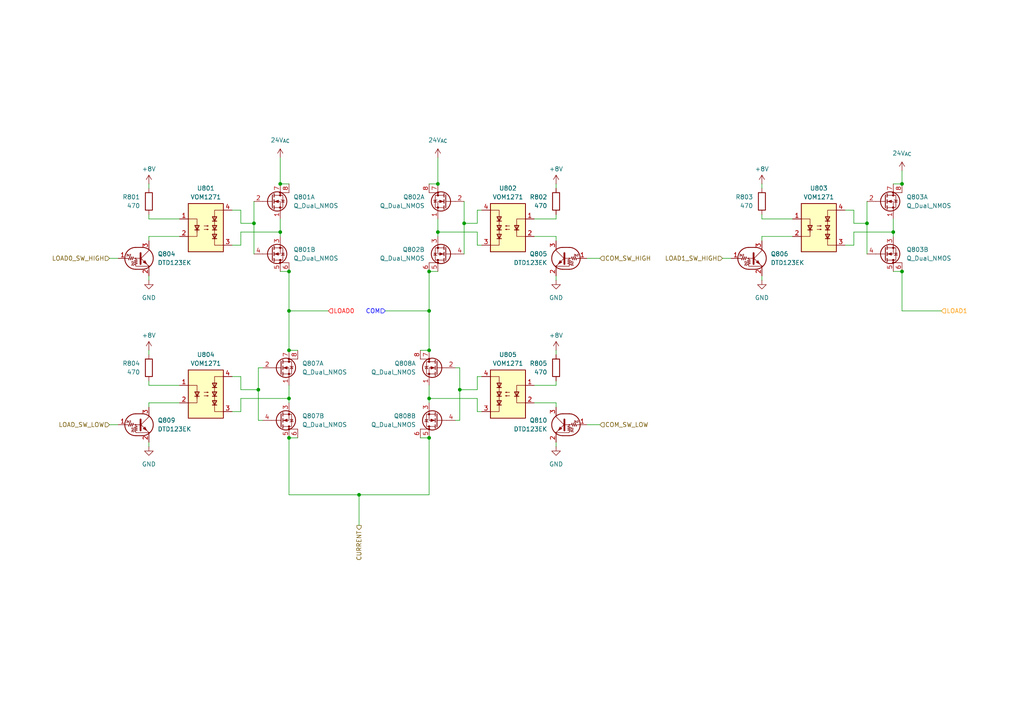
<source format=kicad_sch>
(kicad_sch (version 20231120) (generator "eeschema") (generator_version "8.0")
  (paper "A4")
  (lib_symbols
    (symbol "Device:Q_Dual_NMOS_S1G1S2G2D2D2D1D1" (pin_names (offset 0) hide)
      (property "Reference" "Q" (at 5.08 1.27 0))
      (property "Value" "Q_Dual_NMOS_S1G1S2G2D2D2D1D1" (at 5.08 -1.27 0))
      (symbol "Q_Dual_NMOS_S1G1S2G2D2D2D1D1_0_1"
        (polyline (pts (xy 0.254 0) (xy -2.54 0)))
        (polyline (pts (xy 0.254 1.905) (xy 0.254 -1.905)) (stroke (width 0.254)))
        (polyline (pts (xy 0.762 -1.27) (xy 0.762 -2.286)) (stroke (width 0.254)))
        (polyline (pts (xy 0.762 0.508) (xy 0.762 -0.508)) (stroke (width 0.254)))
        (polyline (pts (xy 0.762 2.286) (xy 0.762 1.27)) (stroke (width 0.254)))
        (polyline (pts (xy 2.54 2.54) (xy 2.54 1.778)))
        (polyline (pts (xy 5.08 2.54) (xy 2.54 2.54)))
        (polyline (pts (xy 2.54 -2.54) (xy 2.54 0) (xy 0.762 0)))
        (polyline (pts (xy 0.762 -1.778) (xy 3.302 -1.778) (xy 3.302 1.778) (xy 0.762 1.778)))
        (polyline (pts (xy 1.016 0) (xy 2.032 0.381) (xy 2.032 -0.381) (xy 1.016 0)) (fill (type outline)))
        (polyline (pts (xy 2.794 0.508) (xy 2.921 0.381) (xy 3.683 0.381) (xy 3.81 0.254)))
        (polyline (pts (xy 3.302 0.381) (xy 2.921 -0.254) (xy 3.683 -0.254) (xy 3.302 0.381)))
        (circle (center 1.651 0) (radius 2.794) (stroke (width 0.254)))
        (circle (center 2.54 -1.778) (radius 0.254) (fill (type outline)))
        (circle (center 2.54 1.778) (radius 0.254) (fill (type outline)))
        (circle (center 2.54 2.54) (radius 0.254) (fill (type outline)))
      )
      (symbol "Q_Dual_NMOS_S1G1S2G2D2D2D1D1_1_1"
        (pin passive line (at 2.54 -5.08 90) (length 2.54) (name "S") (number "1"))
        (pin input line (at -5.08 0 0) (length 2.54) (name "G") (number "2"))
        (pin passive line (at 2.54 5.08 270) (length 2.54) (name "D") (number "7"))
        (pin passive line (at 5.08 5.08 270) (length 2.54) (name "D") (number "8"))
      )
      (symbol "Q_Dual_NMOS_S1G1S2G2D2D2D1D1_2_1"
        (pin passive line (at 2.54 -5.08 90) (length 2.54) (name "S") (number "3"))
        (pin input line (at -5.08 0 0) (length 2.54) (name "G") (number "4"))
        (pin passive line (at 2.54 5.08 270) (length 2.54) (name "D") (number "5"))
        (pin passive line (at 5.08 5.08 270) (length 2.54) (name "D") (number "6"))
      )
    )
    (symbol "Device:R" (pin_numbers hide) (pin_names (offset 0))
      (property "Reference" "R" (at 2.032 0 90))
      (property "Value" "R" (at 0 0 90))
      (symbol "R_0_1"
        (rectangle (start -1.016 -2.54) (end 1.016 2.54) (stroke (width 0.254)))
      )
      (symbol "R_1_1"
        (pin passive line (at 0 3.81 270) (length 1.27) (name "~") (number "1"))
        (pin passive line (at 0 -3.81 90) (length 1.27) (name "~") (number "2"))
      )
    )
    (symbol "Transistor_BJT:DTD123E" (pin_names (offset 0) hide)
      (property "Reference" "Q" (at 5.08 1.905 0))
      (property "Value" "DTD123E" (at 5.08 0 0))
      (symbol "DTD123E_0_0"
        (text "2k2" (at -3.302 0.889 0) (effects (font (size 0.508 0.508))))
        (text "2k2" (at -2.159 -1.524 900) (effects (font (size 0.508 0.508))))
      )
      (symbol "DTD123E_0_1"
        (circle (center -1.27 0) (radius 0.127))
        (arc (start -1.27 3.175) (mid -4.4312 0) (end -1.27 -3.175) (stroke (width 0.254)))
        (polyline (pts (xy -3.429 0) (xy -3.81 0)))
        (polyline (pts (xy -1.27 -3.175) (xy 0.635 -3.175)) (stroke (width 0.254)))
        (polyline (pts (xy -1.27 3.175) (xy 0.635 3.175)) (stroke (width 0.254)))
        (polyline (pts (xy 0 -0.254) (xy 2.54 2.286)))
        (polyline (pts (xy 0.127 1.524) (xy 0.127 -1.651)) (stroke (width 0.508)) (fill (type outline)))
        (polyline (pts (xy 2.54 2.286) (xy 2.54 2.54)))
        (polyline (pts (xy 2.54 -2.286) (xy 0 0.254) (xy 0 0.254)))
        (polyline (pts (xy 0.889 -1.143) (xy 1.397 -0.635) (xy 1.905 -1.651) (xy 0.889 -1.143)) (fill (type outline)))
        (polyline (pts (xy 0 0) (xy -1.905 0) (xy -2.032 0.508) (xy -2.286 -0.508) (xy -2.54 0.508) (xy -2.794 -0.508) (xy -3.048 0.508) (xy -3.302 -0.508) (xy -3.429 0)))
        (polyline (pts (xy -1.27 0) (xy -1.27 -0.381) (xy -0.762 -0.508) (xy -1.778 -0.762) (xy -0.762 -1.016) (xy -1.778 -1.27) (xy -0.762 -1.524) (xy -1.778 -1.778) (xy -1.27 -1.905) (xy -1.27 -2.286) (xy 2.54 -2.286)))
        (arc (start 0.635 -3.175) (mid 3.7962 0) (end 0.635 3.175) (stroke (width 0.254)))
        (circle (center 2.54 -2.286) (radius 0.127))
      )
      (symbol "DTD123E_1_1"
        (pin input line (at -6.35 0 0) (length 2.54) (name "B") (number "1"))
        (pin passive line (at 2.54 -5.08 90) (length 2.54) (name "E") (number "2"))
        (pin passive line (at 2.54 5.08 270) (length 2.54) (name "C") (number "3"))
      )
    )
    (symbol "mylib_diodes:VOM1271"
      (property "Reference" "U" (at 0 7.874 0))
      (property "Value" "VOM1271" (at -5.08 6.35 0))
      (symbol "VOM1271_0_1"
        (rectangle (start -5.08 6.985) (end 5.08 -6.985) (stroke (width 0.254)) (fill (type background)))
        (polyline (pts (xy -3.175 -0.635) (xy -1.905 -0.635)) (stroke (width 0.254)))
        (polyline (pts (xy 1.905 -3.175) (xy 3.175 -3.175)) (stroke (width 0.254)))
        (polyline (pts (xy 1.905 -0.635) (xy 3.175 -0.635)) (stroke (width 0.254)))
        (polyline (pts (xy 1.905 1.905) (xy 3.175 1.905)) (stroke (width 0.254)))
        (polyline (pts (xy -2.54 -0.635) (xy -2.54 -2.54) (xy -5.08 -2.54)))
        (polyline (pts (xy -5.08 2.54) (xy -2.54 2.54) (xy -2.54 -1.27) (xy -2.54 0.635)))
        (polyline (pts (xy -2.54 -0.635) (xy -3.175 0.635) (xy -1.905 0.635) (xy -2.54 -0.635)) (stroke (width 0.254)))
        (polyline (pts (xy 2.54 -3.175) (xy 1.905 -1.905) (xy 3.175 -1.905) (xy 2.54 -3.175)) (stroke (width 0.254)))
        (polyline (pts (xy 2.54 -0.635) (xy 1.905 0.635) (xy 3.175 0.635) (xy 2.54 -0.635)) (stroke (width 0.254)))
        (polyline (pts (xy 2.54 1.905) (xy 1.905 3.175) (xy 3.175 3.175) (xy 2.54 1.905)) (stroke (width 0.254)))
        (polyline (pts (xy -0.508 -0.508) (xy 0.762 -0.508) (xy 0.381 -0.635) (xy 0.381 -0.381) (xy 0.762 -0.508)))
        (polyline (pts (xy -0.508 0.508) (xy 0.762 0.508) (xy 0.381 0.381) (xy 0.381 0.635) (xy 0.762 0.508)))
      )
      (symbol "VOM1271_1_1"
        (polyline (pts (xy 2.54 -3.175) (xy 2.54 3.175)))
        (polyline (pts (xy 2.54 3.175) (xy 2.54 5.08) (xy 5.08 5.08)))
        (polyline (pts (xy 5.08 -5.08) (xy 2.54 -5.08) (xy 2.54 -3.175)))
        (pin passive line (at -7.62 2.54 0) (length 2.54) (name "~") (number "1"))
        (pin passive line (at -7.62 -2.54 0) (length 2.54) (name "~") (number "2"))
        (pin passive line (at 7.62 -5.08 180) (length 2.54) (name "~") (number "3"))
        (pin passive line (at 7.62 5.08 180) (length 2.54) (name "~") (number "4"))
      )
    )
    (symbol "mylib_power:24VAC" (power) (pin_names (offset 0))
      (property "Value" "24V_{AC}" (at 0 3.81 0))
      (symbol "24VAC_0_1"
        (polyline (pts (xy -0.762 1.27) (xy 0 2.54)))
        (polyline (pts (xy 0 0) (xy 0 2.54)))
        (polyline (pts (xy 0 2.54) (xy 0.762 1.27)))
      )
      (symbol "24VAC_1_1"
        (pin power_in line (at 0 0 90) (length 0) hide (name "IOVDD") (number "1"))
      )
    )
    (symbol "power:+8V" (power) (pin_numbers hide) (pin_names (offset 0) hide)
      (property "Value" "+8V" (at 0 3.556 0))
      (symbol "+8V_0_1"
        (polyline (pts (xy -0.762 1.27) (xy 0 2.54)))
        (polyline (pts (xy 0 0) (xy 0 2.54)))
        (polyline (pts (xy 0 2.54) (xy 0.762 1.27)))
      )
      (symbol "+8V_1_1"
        (pin power_in line (at 0 0 90) (length 0) (name "~") (number "1"))
      )
    )
    (symbol "power:GND" (power) (pin_numbers hide) (pin_names (offset 0) hide)
      (property "Value" "GND" (at 0 -3.81 0))
      (symbol "GND_0_1"
        (polyline (pts (xy 0 0) (xy 0 -1.27) (xy 1.27 -1.27) (xy 0 -2.54) (xy -1.27 -1.27) (xy 0 -1.27)))
      )
      (symbol "GND_1_1"
        (pin power_in line (at 0 0 270) (length 0) (name "~") (number "1"))
      )
    )
  )
  (junction (at 124.46 78.74))
  (junction (at 124.46 90.17))
  (junction (at 81.28 53.34))
  (junction (at 124.46 127))
  (junction (at 74.93 113.03))
  (junction (at 124.46 101.6))
  (junction (at 251.46 64.77))
  (junction (at 259.08 67.31))
  (junction (at 133.35 113.03))
  (junction (at 83.82 115.57))
  (junction (at 83.82 101.6))
  (junction (at 73.66 64.77))
  (junction (at 134.62 64.77))
  (junction (at 261.62 53.34))
  (junction (at 83.82 78.74))
  (junction (at 127 53.34))
  (junction (at 104.14 143.51))
  (junction (at 127 67.31))
  (junction (at 83.82 127))
  (junction (at 261.62 78.74))
  (junction (at 81.28 67.31))
  (junction (at 83.82 90.17))
  (junction (at 124.46 115.57))
  (wire (pts (xy 52.07 68.58) (xy 43.18 68.58)))
  (wire (pts (xy 161.29 128.27) (xy 161.29 129.54)))
  (wire (pts (xy 247.65 64.77) (xy 251.46 64.77)))
  (wire (pts (xy 67.31 109.22) (xy 69.85 109.22)))
  (wire (pts (xy 261.62 78.74) (xy 259.08 78.74)))
  (wire (pts (xy 154.94 116.84) (xy 161.29 116.84)))
  (wire (pts (xy 139.7 60.96) (xy 138.43 60.96)))
  (wire (pts (xy 104.14 143.51) (xy 124.46 143.51)))
  (wire (pts (xy 43.18 111.76) (xy 43.18 110.49)))
  (wire (pts (xy 52.07 111.76) (xy 43.18 111.76)))
  (wire (pts (xy 83.82 90.17) (xy 83.82 101.6)))
  (wire (pts (xy 69.85 113.03) (xy 69.85 109.22)))
  (wire (pts (xy 43.18 116.84) (xy 43.18 118.11)))
  (wire (pts (xy 69.85 67.31) (xy 69.85 71.12)))
  (wire (pts (xy 127 45.72) (xy 127 53.34)))
  (wire (pts (xy 261.62 78.74) (xy 261.62 90.17)))
  (wire (pts (xy 81.28 45.72) (xy 81.28 53.34)))
  (wire (pts (xy 124.46 101.6) (xy 121.92 101.6)))
  (wire (pts (xy 52.07 63.5) (xy 43.18 63.5)))
  (wire (pts (xy 245.11 71.12) (xy 247.65 71.12)))
  (wire (pts (xy 43.18 80.01) (xy 43.18 81.28)))
  (wire (pts (xy 43.18 128.27) (xy 43.18 129.54)))
  (wire (pts (xy 133.35 113.03) (xy 133.35 121.92)))
  (wire (pts (xy 138.43 115.57) (xy 138.43 119.38)))
  (wire (pts (xy 43.18 63.5) (xy 43.18 62.23)))
  (wire (pts (xy 154.94 111.76) (xy 161.29 111.76)))
  (wire (pts (xy 73.66 58.42) (xy 73.66 64.77)))
  (wire (pts (xy 104.14 143.51) (xy 104.14 152.4)))
  (wire (pts (xy 69.85 115.57) (xy 83.82 115.57)))
  (wire (pts (xy 127 63.5) (xy 127 67.31)))
  (wire (pts (xy 81.28 53.34) (xy 83.82 53.34)))
  (wire (pts (xy 127 53.34) (xy 124.46 53.34)))
  (wire (pts (xy 229.87 63.5) (xy 220.98 63.5)))
  (wire (pts (xy 124.46 127) (xy 121.92 127)))
  (wire (pts (xy 83.82 143.51) (xy 104.14 143.51)))
  (wire (pts (xy 73.66 64.77) (xy 73.66 73.66)))
  (wire (pts (xy 220.98 80.01) (xy 220.98 81.28)))
  (wire (pts (xy 111.76 90.17) (xy 124.46 90.17)))
  (wire (pts (xy 138.43 113.03) (xy 138.43 109.22)))
  (wire (pts (xy 154.94 68.58) (xy 161.29 68.58)))
  (wire (pts (xy 81.28 67.31) (xy 81.28 68.58)))
  (wire (pts (xy 67.31 71.12) (xy 69.85 71.12)))
  (wire (pts (xy 220.98 63.5) (xy 220.98 62.23)))
  (wire (pts (xy 127 67.31) (xy 127 68.58)))
  (wire (pts (xy 161.29 68.58) (xy 161.29 69.85)))
  (wire (pts (xy 247.65 67.31) (xy 247.65 71.12)))
  (wire (pts (xy 173.99 123.19) (xy 170.18 123.19)))
  (wire (pts (xy 124.46 127) (xy 124.46 143.51)))
  (wire (pts (xy 139.7 71.12) (xy 138.43 71.12)))
  (wire (pts (xy 69.85 67.31) (xy 81.28 67.31)))
  (wire (pts (xy 74.93 106.68) (xy 74.93 113.03)))
  (wire (pts (xy 261.62 49.53) (xy 261.62 53.34)))
  (wire (pts (xy 69.85 64.77) (xy 69.85 60.96)))
  (wire (pts (xy 161.29 80.01) (xy 161.29 81.28)))
  (wire (pts (xy 124.46 78.74) (xy 124.46 90.17)))
  (wire (pts (xy 229.87 68.58) (xy 220.98 68.58)))
  (wire (pts (xy 81.28 78.74) (xy 83.82 78.74)))
  (wire (pts (xy 127 78.74) (xy 124.46 78.74)))
  (wire (pts (xy 83.82 90.17) (xy 95.25 90.17)))
  (wire (pts (xy 69.85 64.77) (xy 73.66 64.77)))
  (wire (pts (xy 259.08 67.31) (xy 259.08 68.58)))
  (wire (pts (xy 134.62 58.42) (xy 134.62 64.77)))
  (wire (pts (xy 247.65 67.31) (xy 259.08 67.31)))
  (wire (pts (xy 76.2 106.68) (xy 74.93 106.68)))
  (wire (pts (xy 74.93 113.03) (xy 74.93 121.92)))
  (wire (pts (xy 69.85 115.57) (xy 69.85 119.38)))
  (wire (pts (xy 138.43 67.31) (xy 138.43 71.12)))
  (wire (pts (xy 138.43 64.77) (xy 134.62 64.77)))
  (wire (pts (xy 138.43 64.77) (xy 138.43 60.96)))
  (wire (pts (xy 259.08 63.5) (xy 259.08 67.31)))
  (wire (pts (xy 83.82 127) (xy 83.82 143.51)))
  (wire (pts (xy 251.46 58.42) (xy 251.46 64.77)))
  (wire (pts (xy 154.94 63.5) (xy 161.29 63.5)))
  (wire (pts (xy 132.08 106.68) (xy 133.35 106.68)))
  (wire (pts (xy 52.07 116.84) (xy 43.18 116.84)))
  (wire (pts (xy 31.75 123.19) (xy 34.29 123.19)))
  (wire (pts (xy 124.46 90.17) (xy 124.46 101.6)))
  (wire (pts (xy 133.35 121.92) (xy 132.08 121.92)))
  (wire (pts (xy 124.46 115.57) (xy 124.46 116.84)))
  (wire (pts (xy 69.85 113.03) (xy 74.93 113.03)))
  (wire (pts (xy 161.29 63.5) (xy 161.29 62.23)))
  (wire (pts (xy 209.55 74.93) (xy 212.09 74.93)))
  (wire (pts (xy 31.75 74.93) (xy 34.29 74.93)))
  (wire (pts (xy 124.46 111.76) (xy 124.46 115.57)))
  (wire (pts (xy 138.43 67.31) (xy 127 67.31)))
  (wire (pts (xy 251.46 64.77) (xy 251.46 73.66)))
  (wire (pts (xy 134.62 64.77) (xy 134.62 73.66)))
  (wire (pts (xy 83.82 111.76) (xy 83.82 115.57)))
  (wire (pts (xy 247.65 64.77) (xy 247.65 60.96)))
  (wire (pts (xy 161.29 53.34) (xy 161.29 54.61)))
  (wire (pts (xy 43.18 53.34) (xy 43.18 54.61)))
  (wire (pts (xy 220.98 68.58) (xy 220.98 69.85)))
  (wire (pts (xy 138.43 113.03) (xy 133.35 113.03)))
  (wire (pts (xy 161.29 101.6) (xy 161.29 102.87)))
  (wire (pts (xy 139.7 119.38) (xy 138.43 119.38)))
  (wire (pts (xy 139.7 109.22) (xy 138.43 109.22)))
  (wire (pts (xy 83.82 127) (xy 86.36 127)))
  (wire (pts (xy 133.35 106.68) (xy 133.35 113.03)))
  (wire (pts (xy 161.29 116.84) (xy 161.29 118.11)))
  (wire (pts (xy 74.93 121.92) (xy 76.2 121.92)))
  (wire (pts (xy 67.31 119.38) (xy 69.85 119.38)))
  (wire (pts (xy 43.18 68.58) (xy 43.18 69.85)))
  (wire (pts (xy 81.28 63.5) (xy 81.28 67.31)))
  (wire (pts (xy 261.62 90.17) (xy 273.05 90.17)))
  (wire (pts (xy 67.31 60.96) (xy 69.85 60.96)))
  (wire (pts (xy 259.08 53.34) (xy 261.62 53.34)))
  (wire (pts (xy 138.43 115.57) (xy 124.46 115.57)))
  (wire (pts (xy 83.82 78.74) (xy 83.82 90.17)))
  (wire (pts (xy 245.11 60.96) (xy 247.65 60.96)))
  (wire (pts (xy 83.82 101.6) (xy 86.36 101.6)))
  (wire (pts (xy 83.82 115.57) (xy 83.82 116.84)))
  (wire (pts (xy 161.29 111.76) (xy 161.29 110.49)))
  (wire (pts (xy 220.98 53.34) (xy 220.98 54.61)))
  (wire (pts (xy 43.18 101.6) (xy 43.18 102.87)))
  (wire (pts (xy 173.99 74.93) (xy 170.18 74.93)))
  (hierarchical_label "LOAD_SW_LOW" (shape input) (at 31.75 123.19 180))
  (hierarchical_label "LOAD0" (shape input) (at 95.25 90.17 0))
  (hierarchical_label "CURRENT" (shape output) (at 104.14 152.4 270))
  (hierarchical_label "COM_SW_HIGH" (shape input) (at 173.99 74.93 0))
  (hierarchical_label "LOAD0_SW_HIGH" (shape input) (at 31.75 74.93 180))
  (hierarchical_label "LOAD1_SW_HIGH" (shape input) (at 209.55 74.93 180))
  (hierarchical_label "COM_SW_LOW" (shape input) (at 173.99 123.19 0))
  (hierarchical_label "COM" (shape input) (at 111.76 90.17 180))
  (hierarchical_label "LOAD1" (shape input) (at 273.05 90.17 0))
  (symbol (lib_id "mylib_power:24VAC") (at 81.28 45.72 0) (unit 1)
    (property "Reference" "#PWR0801" (effects (hide yes)))
    (property "Value" "24V_{AC}" (at 81.28 40.64 0))
    (property "Description" "Power symbol creates a global label with name \"24VAC\"" (effects (hide yes)))
  )
  (symbol (lib_id "power:+8V") (at 161.29 53.34 0) (unit 1)
    (property "Reference" "#PWR0804" (effects (hide yes)))
    (property "Value" "+8V" (at 161.29 49.022 0))
    (property "Description" "Power symbol creates a global label with name \"+8V\"" (effects (hide yes)))
  )
  (symbol (lib_id "Transistor_BJT:DTD123E") (at 40.64 123.19 0) (unit 1) (exclude_from_sim yes)
    (property "Reference" "Q809" (at 45.72 121.9199 0) (effects (justify left)))
    (property "Value" "DTD123EK" (at 45.72 124.4599 0) (effects (justify left)))
    (property "Footprint" "Package_TO_SOT_SMD:SC-59" (effects (hide yes)))
    (property "Datasheet" "https://fscdn.rohm.com/en/products/databook/datasheet/discrete/transistor/digital/dtd123ekt146-e.pdf" (effects (hide yes)))
    (property "Description" "Digital NPN Transistor, 2k2/2k2, SOT-23" (effects (hide yes)))
    (property "Digikey" "DTD123EKT146CT-ND" (effects (hide yes)))
  )
  (symbol (lib_id "Device:Q_Dual_NMOS_S1G1S2G2D2D2D1D1") (at 78.74 73.66 0) (mirror x) (unit 2) (exclude_from_sim yes)
    (property "Reference" "Q801" (at 85.09 72.3899 0) (effects (justify left)))
    (property "Value" "Q_Dual_NMOS" (at 85.09 74.9299 0) (effects (justify left)))
    (property "Footprint" "Package_SO:SO-8_3.9x4.9mm_P1.27mm" (effects (hide yes)))
    (property "Description" "Dual NMOS transistor, 8 pin package" (effects (hide yes)))
    (property "Digikey" "742-SQ4946CEY-T1_GE3CT-ND" (effects (hide yes)))
  )
  (symbol (lib_id "mylib_diodes:VOM1271") (at 59.69 66.04 0) (unit 1) (exclude_from_sim yes)
    (property "Reference" "U801" (at 59.69 54.61 0))
    (property "Value" "VOM1271" (at 59.69 57.15 0))
    (property "Footprint" "mylib_ic:SOP-4_3.8x4.1mm_P2.54mm" (effects (hide yes)))
    (property "Datasheet" "https://www.vishay.com/docs/83469/vom1271.pdf" (effects (hide yes)))
    (property "Digikey" "VOM1271TCT-ND" (effects (hide yes)))
  )
  (symbol (lib_id "Device:Q_Dual_NMOS_S1G1S2G2D2D2D1D1") (at 127 106.68 0) (mirror y) (unit 1) (exclude_from_sim yes)
    (property "Reference" "Q808" (at 120.65 105.4099 0) (effects (justify left)))
    (property "Value" "Q_Dual_NMOS" (at 120.65 107.9499 0) (effects (justify left)))
    (property "Footprint" "Package_SO:SO-8_3.9x4.9mm_P1.27mm" (effects (hide yes)))
    (property "Description" "Dual NMOS transistor, 8 pin package" (effects (hide yes)))
    (property "Digikey" "742-SQ4946CEY-T1_GE3CT-ND" (effects (hide yes)))
  )
  (symbol (lib_id "Device:Q_Dual_NMOS_S1G1S2G2D2D2D1D1") (at 256.54 73.66 0) (mirror x) (unit 2) (exclude_from_sim yes)
    (property "Reference" "Q803" (at 262.89 72.3899 0) (effects (justify left)))
    (property "Value" "Q_Dual_NMOS" (at 262.89 74.9299 0) (effects (justify left)))
    (property "Footprint" "Package_SO:SO-8_3.9x4.9mm_P1.27mm" (effects (hide yes)))
    (property "Description" "Dual NMOS transistor, 8 pin package" (effects (hide yes)))
    (property "Digikey" "742-SQ4946CEY-T1_GE3CT-ND" (effects (hide yes)))
  )
  (symbol (lib_id "Device:Q_Dual_NMOS_S1G1S2G2D2D2D1D1") (at 129.54 58.42 0) (mirror y) (unit 1) (exclude_from_sim yes)
    (property "Reference" "Q802" (at 123.19 57.1499 0) (effects (justify left)))
    (property "Value" "Q_Dual_NMOS" (at 123.19 59.6899 0) (effects (justify left)))
    (property "Footprint" "Package_SO:SO-8_3.9x4.9mm_P1.27mm" (effects (hide yes)))
    (property "Description" "Dual NMOS transistor, 8 pin package" (effects (hide yes)))
    (property "Digikey" "742-SQ4946CEY-T1_GE3CT-ND" (effects (hide yes)))
  )
  (symbol (lib_id "Transistor_BJT:DTD123E") (at 218.44 74.93 0) (unit 1) (exclude_from_sim yes)
    (property "Reference" "Q806" (at 223.52 73.6599 0) (effects (justify left)))
    (property "Value" "DTD123EK" (at 223.52 76.1999 0) (effects (justify left)))
    (property "Footprint" "Package_TO_SOT_SMD:SC-59" (effects (hide yes)))
    (property "Datasheet" "https://fscdn.rohm.com/en/products/databook/datasheet/discrete/transistor/digital/dtd123ekt146-e.pdf" (effects (hide yes)))
    (property "Description" "Digital NPN Transistor, 2k2/2k2, SOT-23" (effects (hide yes)))
    (property "Digikey" "DTD123EKT146CT-ND" (effects (hide yes)))
  )
  (symbol (lib_id "Transistor_BJT:DTD123E") (at 163.83 74.93 0) (mirror y) (unit 1) (exclude_from_sim yes)
    (property "Reference" "Q805" (at 158.75 73.6599 0) (effects (justify left)))
    (property "Value" "DTD123EK" (at 158.75 76.1999 0) (effects (justify left)))
    (property "Footprint" "Package_TO_SOT_SMD:SC-59" (effects (hide yes)))
    (property "Datasheet" "https://fscdn.rohm.com/en/products/databook/datasheet/discrete/transistor/digital/dtd123ekt146-e.pdf" (effects (hide yes)))
    (property "Description" "Digital NPN Transistor, 2k2/2k2, SOT-23" (effects (hide yes)))
    (property "Digikey" "DTD123EKT146CT-ND" (effects (hide yes)))
  )
  (symbol (lib_id "Device:Q_Dual_NMOS_S1G1S2G2D2D2D1D1") (at 78.74 58.42 0) (unit 1) (exclude_from_sim yes)
    (property "Reference" "Q801" (at 85.09 57.1499 0) (effects (justify left)))
    (property "Value" "Q_Dual_NMOS" (at 85.09 59.6899 0) (effects (justify left)))
    (property "Footprint" "Package_SO:SO-8_3.9x4.9mm_P1.27mm" (effects (hide yes)))
    (property "Description" "Dual NMOS transistor, 8 pin package" (effects (hide yes)))
    (property "Digikey" "742-SQ4946CEY-T1_GE3CT-ND" (effects (hide yes)))
  )
  (symbol (lib_id "power:+8V") (at 43.18 101.6 0) (unit 1)
    (property "Reference" "#PWR0806" (effects (hide yes)))
    (property "Value" "+8V" (at 43.18 97.282 0))
    (property "Description" "Power symbol creates a global label with name \"+8V\"" (effects (hide yes)))
  )
  (symbol (lib_id "power:GND") (at 43.18 81.28 0) (unit 1)
    (property "Reference" "#PWR0807" (effects (hide yes)))
    (property "Value" "GND" (at 43.18 86.36 0))
    (property "Description" "Power symbol creates a global label with name \"GND\" , ground" (effects (hide yes)))
  )
  (symbol (lib_id "Device:Q_Dual_NMOS_S1G1S2G2D2D2D1D1") (at 127 121.92 180) (unit 2) (exclude_from_sim yes)
    (property "Reference" "Q808" (at 120.65 120.6499 0) (effects (justify left)))
    (property "Value" "Q_Dual_NMOS" (at 120.65 123.1899 0) (effects (justify left)))
    (property "Footprint" "Package_SO:SO-8_3.9x4.9mm_P1.27mm" (effects (hide yes)))
    (property "Description" "Dual NMOS transistor, 8 pin package" (effects (hide yes)))
    (property "Digikey" "742-SQ4946CEY-T1_GE3CT-ND" (effects (hide yes)))
  )
  (symbol (lib_id "mylib_power:24VAC") (at 261.62 49.53 0) (unit 1)
    (property "Reference" "#PWR0803" (effects (hide yes)))
    (property "Value" "24V_{AC}" (at 261.62 44.45 0))
    (property "Description" "Power symbol creates a global label with name \"24VAC\"" (effects (hide yes)))
  )
  (symbol (lib_id "Device:Q_Dual_NMOS_S1G1S2G2D2D2D1D1") (at 81.28 106.68 0) (unit 1) (exclude_from_sim yes)
    (property "Reference" "Q807" (at 87.63 105.4099 0) (effects (justify left)))
    (property "Value" "Q_Dual_NMOS" (at 87.63 107.9499 0) (effects (justify left)))
    (property "Footprint" "Package_SO:SO-8_3.9x4.9mm_P1.27mm" (effects (hide yes)))
    (property "Description" "Dual NMOS transistor, 8 pin package" (effects (hide yes)))
    (property "Digikey" "742-SQ4946CEY-T1_GE3CT-ND" (effects (hide yes)))
  )
  (symbol (lib_id "mylib_power:24VAC") (at 127 45.72 0) (unit 1)
    (property "Reference" "#PWR0802" (effects (hide yes)))
    (property "Value" "24V_{AC}" (at 127 40.64 0))
    (property "Description" "Power symbol creates a global label with name \"24VAC\"" (effects (hide yes)))
  )
  (symbol (lib_id "mylib_diodes:VOM1271") (at 147.32 114.3 0) (mirror y) (unit 1) (exclude_from_sim yes)
    (property "Reference" "U805" (at 147.32 102.87 0))
    (property "Value" "VOM1271" (at 147.32 105.41 0))
    (property "Footprint" "mylib_ic:SOP-4_3.8x4.1mm_P2.54mm" (effects (hide yes)))
    (property "Datasheet" "https://www.vishay.com/docs/83469/vom1271.pdf" (effects (hide yes)))
    (property "Digikey" "VOM1271TCT-ND" (effects (hide yes)))
  )
  (symbol (lib_id "Transistor_BJT:DTD123E") (at 40.64 74.93 0) (unit 1) (exclude_from_sim yes)
    (property "Reference" "Q804" (at 45.72 73.6599 0) (effects (justify left)))
    (property "Value" "DTD123EK" (at 45.72 76.1999 0) (effects (justify left)))
    (property "Footprint" "Package_TO_SOT_SMD:SC-59" (effects (hide yes)))
    (property "Datasheet" "https://fscdn.rohm.com/en/products/databook/datasheet/discrete/transistor/digital/dtd123ekt146-e.pdf" (effects (hide yes)))
    (property "Description" "Digital NPN Transistor, 2k2/2k2, SOT-23" (effects (hide yes)))
    (property "Digikey" "DTD123EKT146CT-ND" (effects (hide yes)))
  )
  (symbol (lib_id "mylib_diodes:VOM1271") (at 59.69 114.3 0) (unit 1) (exclude_from_sim yes)
    (property "Reference" "U804" (at 59.69 102.87 0))
    (property "Value" "VOM1271" (at 59.69 105.41 0))
    (property "Footprint" "mylib_ic:SOP-4_3.8x4.1mm_P2.54mm" (effects (hide yes)))
    (property "Datasheet" "https://www.vishay.com/docs/83469/vom1271.pdf" (effects (hide yes)))
    (property "Digikey" "VOM1271TCT-ND" (effects (hide yes)))
  )
  (symbol (lib_id "Device:R") (at 43.18 106.68 0) (mirror y) (unit 1) (exclude_from_sim yes)
    (property "Reference" "R804" (at 40.64 105.4099 0) (effects (justify left)))
    (property "Value" "470" (at 40.64 107.9499 0) (effects (justify left)))
    (property "Footprint" "Resistor_SMD:R_0603_1608Metric" (effects (hide yes)))
    (property "Description" "Resistor" (effects (hide yes)))
    (property "Digikey" "A129684CT-ND" (effects (hide yes)))
  )
  (symbol (lib_id "Device:Q_Dual_NMOS_S1G1S2G2D2D2D1D1") (at 129.54 73.66 180) (unit 2) (exclude_from_sim yes)
    (property "Reference" "Q802" (at 123.19 72.3899 0) (effects (justify left)))
    (property "Value" "Q_Dual_NMOS" (at 123.19 74.9299 0) (effects (justify left)))
    (property "Footprint" "Package_SO:SO-8_3.9x4.9mm_P1.27mm" (effects (hide yes)))
    (property "Description" "Dual NMOS transistor, 8 pin package" (effects (hide yes)))
    (property "Digikey" "742-SQ4946CEY-T1_GE3CT-ND" (effects (hide yes)))
  )
  (symbol (lib_id "Device:R") (at 220.98 58.42 0) (mirror y) (unit 1) (exclude_from_sim yes)
    (property "Reference" "R803" (at 218.44 57.1499 0) (effects (justify left)))
    (property "Value" "470" (at 218.44 59.6899 0) (effects (justify left)))
    (property "Footprint" "Resistor_SMD:R_0603_1608Metric" (effects (hide yes)))
    (property "Description" "Resistor" (effects (hide yes)))
    (property "Digikey" "A129684CT-ND" (effects (hide yes)))
  )
  (symbol (lib_id "Transistor_BJT:DTD123E") (at 163.83 123.19 0) (mirror y) (unit 1) (exclude_from_sim yes)
    (property "Reference" "Q810" (at 158.75 121.9199 0) (effects (justify left)))
    (property "Value" "DTD123EK" (at 158.75 124.4599 0) (effects (justify left)))
    (property "Footprint" "Package_TO_SOT_SMD:SC-59" (effects (hide yes)))
    (property "Datasheet" "https://fscdn.rohm.com/en/products/databook/datasheet/discrete/transistor/digital/dtd123ekt146-e.pdf" (effects (hide yes)))
    (property "Description" "Digital NPN Transistor, 2k2/2k2, SOT-23" (effects (hide yes)))
    (property "Digikey" "DTD123EKT146CT-ND" (effects (hide yes)))
  )
  (symbol (lib_id "power:+8V") (at 220.98 53.34 0) (unit 1)
    (property "Reference" "#PWR0811" (effects (hide yes)))
    (property "Value" "+8V" (at 220.98 49.022 0))
    (property "Description" "Power symbol creates a global label with name \"+8V\"" (effects (hide yes)))
  )
  (symbol (lib_id "mylib_diodes:VOM1271") (at 237.49 66.04 0) (unit 1) (exclude_from_sim yes)
    (property "Reference" "U803" (at 237.49 54.61 0))
    (property "Value" "VOM1271" (at 237.49 57.15 0))
    (property "Footprint" "mylib_ic:SOP-4_3.8x4.1mm_P2.54mm" (effects (hide yes)))
    (property "Datasheet" "https://www.vishay.com/docs/83469/vom1271.pdf" (effects (hide yes)))
    (property "Digikey" "VOM1271TCT-ND" (effects (hide yes)))
  )
  (symbol (lib_id "Device:R") (at 43.18 58.42 0) (mirror y) (unit 1) (exclude_from_sim yes)
    (property "Reference" "R801" (at 40.64 57.1499 0) (effects (justify left)))
    (property "Value" "470" (at 40.64 59.6899 0) (effects (justify left)))
    (property "Footprint" "Resistor_SMD:R_0603_1608Metric" (effects (hide yes)))
    (property "Description" "Resistor" (effects (hide yes)))
    (property "Digikey" "A129684CT-ND" (effects (hide yes)))
  )
  (symbol (lib_id "Device:Q_Dual_NMOS_S1G1S2G2D2D2D1D1") (at 256.54 58.42 0) (unit 1) (exclude_from_sim yes)
    (property "Reference" "Q803" (at 262.89 57.1499 0) (effects (justify left)))
    (property "Value" "Q_Dual_NMOS" (at 262.89 59.6899 0) (effects (justify left)))
    (property "Footprint" "Package_SO:SO-8_3.9x4.9mm_P1.27mm" (effects (hide yes)))
    (property "Description" "Dual NMOS transistor, 8 pin package" (effects (hide yes)))
    (property "Digikey" "742-SQ4946CEY-T1_GE3CT-ND" (effects (hide yes)))
  )
  (symbol (lib_id "power:GND") (at 161.29 129.54 0) (unit 1)
    (property "Reference" "#PWR0813" (effects (hide yes)))
    (property "Value" "GND" (at 161.29 134.62 0))
    (property "Description" "Power symbol creates a global label with name \"GND\" , ground" (effects (hide yes)))
  )
  (symbol (lib_id "Device:R") (at 161.29 106.68 0) (mirror y) (unit 1) (exclude_from_sim yes)
    (property "Reference" "R805" (at 158.75 105.4099 0) (effects (justify left)))
    (property "Value" "470" (at 158.75 107.9499 0) (effects (justify left)))
    (property "Footprint" "Resistor_SMD:R_0603_1608Metric" (effects (hide yes)))
    (property "Description" "Resistor" (effects (hide yes)))
    (property "Digikey" "A129684CT-ND" (effects (hide yes)))
  )
  (symbol (lib_id "Device:Q_Dual_NMOS_S1G1S2G2D2D2D1D1") (at 81.28 121.92 0) (mirror x) (unit 2) (exclude_from_sim yes)
    (property "Reference" "Q807" (at 87.63 120.6499 0) (effects (justify left)))
    (property "Value" "Q_Dual_NMOS" (at 87.63 123.1899 0) (effects (justify left)))
    (property "Footprint" "Package_SO:SO-8_3.9x4.9mm_P1.27mm" (effects (hide yes)))
    (property "Description" "Dual NMOS transistor, 8 pin package" (effects (hide yes)))
    (property "Digikey" "742-SQ4946CEY-T1_GE3CT-ND" (effects (hide yes)))
  )
  (symbol (lib_id "power:+8V") (at 161.29 101.6 0) (unit 1)
    (property "Reference" "#PWR0810" (effects (hide yes)))
    (property "Value" "+8V" (at 161.29 97.282 0))
    (property "Description" "Power symbol creates a global label with name \"+8V\"" (effects (hide yes)))
  )
  (symbol (lib_id "mylib_diodes:VOM1271") (at 147.32 66.04 0) (mirror y) (unit 1) (exclude_from_sim yes)
    (property "Reference" "U802" (at 147.32 54.61 0))
    (property "Value" "VOM1271" (at 147.32 57.15 0))
    (property "Footprint" "mylib_ic:SOP-4_3.8x4.1mm_P2.54mm" (effects (hide yes)))
    (property "Datasheet" "https://www.vishay.com/docs/83469/vom1271.pdf" (effects (hide yes)))
    (property "Digikey" "VOM1271TCT-ND" (effects (hide yes)))
  )
  (symbol (lib_id "power:GND") (at 220.98 81.28 0) (unit 1)
    (property "Reference" "#PWR0809" (effects (hide yes)))
    (property "Value" "GND" (at 220.98 86.36 0))
    (property "Description" "Power symbol creates a global label with name \"GND\" , ground" (effects (hide yes)))
  )
  (symbol (lib_id "power:+8V") (at 43.18 53.34 0) (unit 1)
    (property "Reference" "#PWR0805" (effects (hide yes)))
    (property "Value" "+8V" (at 43.18 49.022 0))
    (property "Description" "Power symbol creates a global label with name \"+8V\"" (effects (hide yes)))
  )
  (symbol (lib_id "Device:R") (at 161.29 58.42 0) (mirror y) (unit 1) (exclude_from_sim yes)
    (property "Reference" "R802" (at 158.75 57.1499 0) (effects (justify left)))
    (property "Value" "470" (at 158.75 59.6899 0) (effects (justify left)))
    (property "Footprint" "Resistor_SMD:R_0603_1608Metric" (effects (hide yes)))
    (property "Description" "Resistor" (effects (hide yes)))
    (property "Digikey" "A129684CT-ND" (effects (hide yes)))
  )
  (symbol (lib_id "power:GND") (at 43.18 129.54 0) (unit 1)
    (property "Reference" "#PWR0812" (effects (hide yes)))
    (property "Value" "GND" (at 43.18 134.62 0))
    (property "Description" "Power symbol creates a global label with name \"GND\" , ground" (effects (hide yes)))
  )
  (symbol (lib_id "power:GND") (at 161.29 81.28 0) (mirror y) (unit 1)
    (property "Reference" "#PWR0808" (effects (hide yes)))
    (property "Value" "GND" (at 161.29 86.36 0))
    (property "Description" "Power symbol creates a global label with name \"GND\" , ground" (effects (hide yes)))
  )
)
</source>
